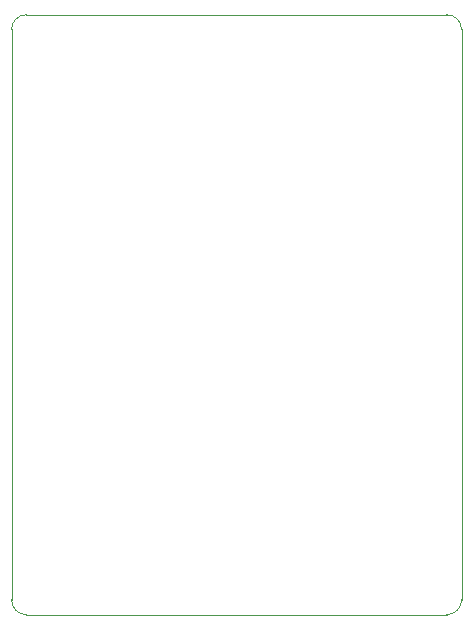
<source format=gbr>
%TF.GenerationSoftware,KiCad,Pcbnew,8.0.4*%
%TF.CreationDate,2024-09-02T23:34:25-07:00*%
%TF.ProjectId,badgesao,62616467-6573-4616-9f2e-6b696361645f,rev?*%
%TF.SameCoordinates,Original*%
%TF.FileFunction,Profile,NP*%
%FSLAX46Y46*%
G04 Gerber Fmt 4.6, Leading zero omitted, Abs format (unit mm)*
G04 Created by KiCad (PCBNEW 8.0.4) date 2024-09-02 23:34:25*
%MOMM*%
%LPD*%
G01*
G04 APERTURE LIST*
%TA.AperFunction,Profile*%
%ADD10C,0.050000*%
%TD*%
G04 APERTURE END LIST*
D10*
X107950000Y-52050000D02*
G75*
G02*
X109200000Y-50800000I1250000J0D01*
G01*
X144800000Y-50800000D02*
G75*
G02*
X146050000Y-52050000I0J-1250000D01*
G01*
X109200000Y-101600000D02*
G75*
G02*
X107950000Y-100350000I0J1250000D01*
G01*
X146050000Y-100350000D02*
G75*
G02*
X144800000Y-101600000I-1250000J0D01*
G01*
X107950000Y-100350000D02*
X107950000Y-52050000D01*
X109200000Y-50800000D02*
X144800000Y-50800000D01*
X146050000Y-52050000D02*
X146050000Y-100350000D01*
X144800000Y-101600000D02*
X109200000Y-101600000D01*
M02*

</source>
